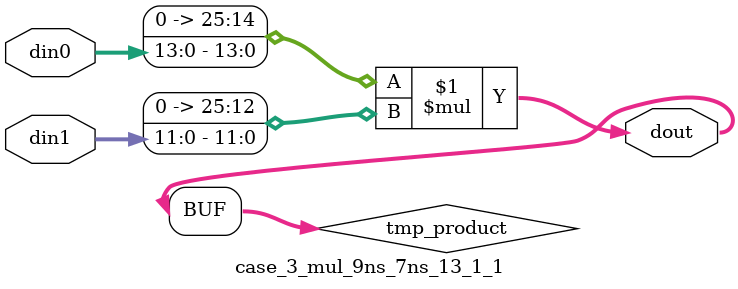
<source format=v>

`timescale 1 ns / 1 ps

 (* use_dsp = "no" *)  module case_3_mul_9ns_7ns_13_1_1(din0, din1, dout);
parameter ID = 1;
parameter NUM_STAGE = 0;
parameter din0_WIDTH = 14;
parameter din1_WIDTH = 12;
parameter dout_WIDTH = 26;

input [din0_WIDTH - 1 : 0] din0; 
input [din1_WIDTH - 1 : 0] din1; 
output [dout_WIDTH - 1 : 0] dout;

wire signed [dout_WIDTH - 1 : 0] tmp_product;
























assign tmp_product = $signed({1'b0, din0}) * $signed({1'b0, din1});











assign dout = tmp_product;





















endmodule

</source>
